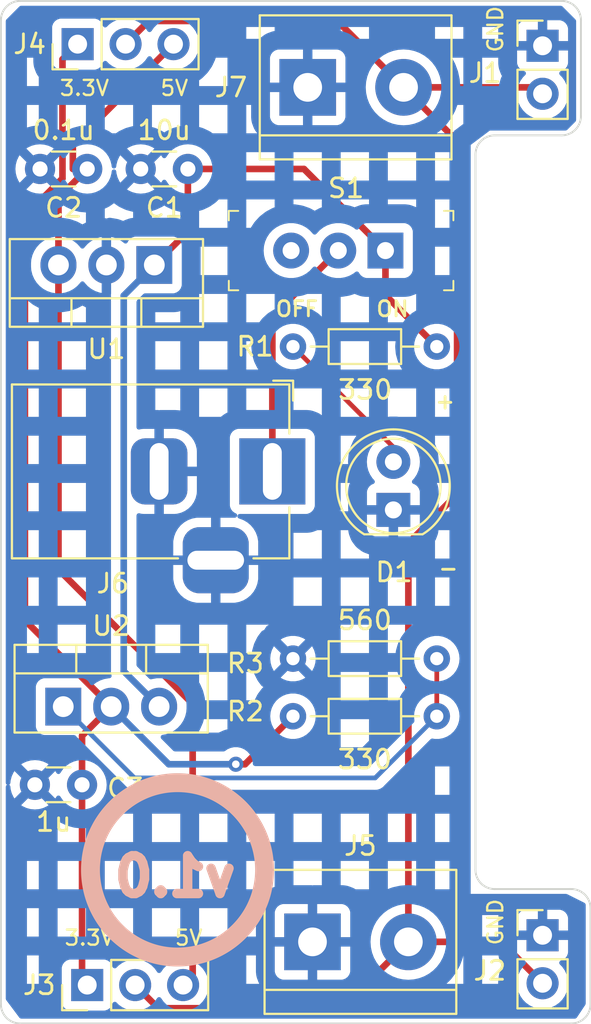
<source format=kicad_pcb>
(kicad_pcb (version 20221018) (generator pcbnew)
  (layers (0 "F.Cu" signal) (31 "B.Cu" signal) (34 "B.Paste" user) (35 "F.Paste" user) (36 "B.SilkS" user "B.Silkscreen") (37 "F.SilkS" user "F.Silkscreen") (38 "B.Mask" user) (39 "F.Mask" user) (44 "Edge.Cuts" user))
  (net 0 "")
  (net 1 "/12V")
  (net 2 "GND")
  (net 3 "/5V")
  (net 4 "/3.3V")
  (net 5 "Net-(D1-A)")
  (net 6 "/PWR_output")
  (net 7 "/PWR_input")
  (net 8 "Net-(U2-ADJ)")
  (footprint "TerminalBlock:TerminalBlock_bornier-2_P5.08mm" (layer "F.Cu") (at 127.254 121.158)
    (fp_text reference "J5" (at 2.54 -5.08) (layer "F.SilkS"))
    (fp_text value "Screw_Terminal_01x02" hide)
    (fp_line (start -2.54 -3.81) (end -2.54 3.81) (stroke (width 0.12)) (layer "F.SilkS"))
    (fp_line (start -2.54 3.81) (end 7.62 3.81) (stroke (width 0.12)) (layer "F.SilkS"))
    (fp_line (start 7.62 -3.81) (end -2.54 -3.81) (stroke (width 0.12)) (layer "F.SilkS"))
    (fp_line (start 7.62 2.54) (end -2.54 2.54) (stroke (width 0.12)) (layer "F.SilkS"))
    (fp_line (start 7.62 3.81) (end 7.62 -3.81) (stroke (width 0.12)) (layer "F.SilkS"))
    (pad "1" thru_hole rect locked (at 0 0) (size 3 3) (drill 1.52) (layers "*.Cu" "*.Mask") (net 2 "GND"))
    (pad "2" thru_hole circle locked (at 5.08 0) (size 3 3) (drill 1.52) (layers "*.Cu" "*.Mask") (net 6 "/PWR_output"))
  )
  (footprint "Capacitor_THT:C_Disc_D3.0mm_W1.6mm_P2.50mm" (layer "F.Cu") (at 120.65 80.264 180)
    (fp_text reference "C1" (at 1.25 -2.05) (layer "F.SilkS"))
    (fp_text value "10u" (at 1.25 2.05) (layer "F.SilkS"))
    (fp_line (start 0.621 -0.92) (end 1.879 -0.92) (stroke (width 0.12)) (layer "F.SilkS"))
    (fp_line (start 0.621 0.92) (end 1.879 0.92) (stroke (width 0.12)) (layer "F.SilkS"))
    (pad "1" thru_hole circle (at 0 0 180) (size 1.6 1.6) (drill 0.8) (layers "*.Cu" "*.Mask") (net 1 "/12V"))
    (pad "2" thru_hole circle (at 2.5 0 180) (size 1.6 1.6) (drill 0.8) (layers "*.Cu" "*.Mask") (net 2 "GND"))
  )
  (footprint "Connector_PinHeader_2.54mm:PinHeader_1x02_P2.54mm_Vertical" (layer "F.Cu") (at 139.446 120.808)
    (fp_text reference "J2" (at -2.794 1.874 180) (layer "F.SilkS"))
    (fp_text value "Conn_01x02_Pin" hide)
    (fp_line (start -1.33 -1.33) (end 0 -1.33) (stroke (width 0.12)) (layer "F.SilkS"))
    (fp_line (start -1.33 0) (end -1.33 -1.33) (stroke (width 0.12)) (layer "F.SilkS"))
    (fp_line (start -1.33 1.27) (end -1.33 3.87) (stroke (width 0.12)) (layer "F.SilkS"))
    (fp_line (start -1.33 1.27) (end 1.33 1.27) (stroke (width 0.12)) (layer "F.SilkS"))
    (fp_line (start -1.33 3.87) (end 1.33 3.87) (stroke (width 0.12)) (layer "F.SilkS"))
    (fp_line (start 1.33 1.27) (end 1.33 3.87) (stroke (width 0.12)) (layer "F.SilkS"))
    (pad "1" thru_hole rect (at 0 0) (size 1.7 1.7) (drill 1) (layers "*.Cu" "*.Mask") (net 2 "GND"))
    (pad "2" thru_hole oval (at 0 2.54) (size 1.7 1.7) (drill 1) (layers "*.Cu" "*.Mask") (net 6 "/PWR_output"))
  )
  (footprint "Package_TO_SOT_THT:TO-220-3_Vertical" (layer "F.Cu") (at 114.046 108.712)
    (fp_text reference "U2" (at 2.54 -4.27) (layer "F.SilkS"))
    (fp_text value "LM317_TO-220" hide)
    (fp_line (start -2.58 -3.27) (end -2.58 1.371) (stroke (width 0.12)) (layer "F.SilkS"))
    (fp_line (start -2.58 -3.27) (end 7.66 -3.27) (stroke (width 0.12)) (layer "F.SilkS"))
    (fp_line (start -2.58 -1.76) (end 7.66 -1.76) (stroke (width 0.12)) (layer "F.SilkS"))
    (fp_line (start -2.58 1.371) (end 7.66 1.371) (stroke (width 0.12)) (layer "F.SilkS"))
    (fp_line (start 0.69 -3.27) (end 0.69 -1.76) (stroke (width 0.12)) (layer "F.SilkS"))
    (fp_line (start 4.391 -3.27) (end 4.391 -1.76) (stroke (width 0.12)) (layer "F.SilkS"))
    (fp_line (start 7.66 -3.27) (end 7.66 1.371) (stroke (width 0.12)) (layer "F.SilkS"))
    (pad "1" thru_hole rect (at 0 0) (size 1.905 2) (drill 1.1) (layers "*.Cu" "*.Mask") (net 8 "Net-(U2-ADJ)"))
    (pad "2" thru_hole oval (at 2.54 0) (size 1.905 2) (drill 1.1) (layers "*.Cu" "*.Mask") (net 4 "/3.3V"))
    (pad "3" thru_hole oval (at 5.08 0) (size 1.905 2) (drill 1.1) (layers "*.Cu" "*.Mask") (net 1 "/12V"))
  )
  (footprint "Connector_PinHeader_2.54mm:PinHeader_1x02_P2.54mm_Vertical" (layer "F.Cu") (at 139.446 73.746)
    (fp_text reference "J1" (at -3.048 1.438 180) (layer "F.SilkS"))
    (fp_text value "Conn_01x02_Pin" hide)
    (fp_line (start -1.33 -1.33) (end 0 -1.33) (stroke (width 0.12)) (layer "F.SilkS"))
    (fp_line (start -1.33 0) (end -1.33 -1.33) (stroke (width 0.12)) (layer "F.SilkS"))
    (fp_line (start -1.33 1.27) (end -1.33 3.87) (stroke (width 0.12)) (layer "F.SilkS"))
    (fp_line (start -1.33 1.27) (end 1.33 1.27) (stroke (width 0.12)) (layer "F.SilkS"))
    (fp_line (start -1.33 3.87) (end 1.33 3.87) (stroke (width 0.12)) (layer "F.SilkS"))
    (fp_line (start 1.33 1.27) (end 1.33 3.87) (stroke (width 0.12)) (layer "F.SilkS"))
    (pad "1" thru_hole rect (at 0 0) (size 1.7 1.7) (drill 1) (layers "*.Cu" "*.Mask") (net 2 "GND"))
    (pad "2" thru_hole oval (at 0 2.54) (size 1.7 1.7) (drill 1) (layers "*.Cu" "*.Mask") (net 6 "/PWR_output"))
  )
  (footprint "Connector_PinHeader_2.54mm:PinHeader_1x03_P2.54mm_Vertical" (layer "F.Cu") (at 114.808 73.66 90)
    (fp_text reference "J4" (at 0 -2.54 180) (layer "F.SilkS"))
    (fp_text value "Conn_01x03_Pin" hide)
    (fp_line (start -1.33 -1.33) (end 0 -1.33) (stroke (width 0.12)) (layer "F.SilkS"))
    (fp_line (start -1.33 0) (end -1.33 -1.33) (stroke (width 0.12)) (layer "F.SilkS"))
    (fp_line (start -1.33 1.27) (end -1.33 6.41) (stroke (width 0.12)) (layer "F.SilkS"))
    (fp_line (start -1.33 1.27) (end 1.33 1.27) (stroke (width 0.12)) (layer "F.SilkS"))
    (fp_line (start -1.33 6.41) (end 1.33 6.41) (stroke (width 0.12)) (layer "F.SilkS"))
    (fp_line (start 1.33 1.27) (end 1.33 6.41) (stroke (width 0.12)) (layer "F.SilkS"))
    (pad "1" thru_hole rect (at 0 0 90) (size 1.7 1.7) (drill 1) (layers "*.Cu" "*.Mask") (net 4 "/3.3V"))
    (pad "2" thru_hole oval (at 0 2.54 90) (size 1.7 1.7) (drill 1) (layers "*.Cu" "*.Mask") (net 6 "/PWR_output"))
    (pad "3" thru_hole oval (at 0 5.08 90) (size 1.7 1.7) (drill 1) (layers "*.Cu" "*.Mask") (net 3 "/5V"))
  )
  (footprint "Connector_BarrelJack:BarrelJack_Horizontal" (layer "F.Cu") (at 125.126 96.266)
    (fp_text reference "J6" (at -8.45 5.93) (layer "F.SilkS"))
    (fp_text value "Barrel_Jack_Switch" hide)
    (fp_line (start -13.8 -4.6) (end 0.9 -4.6) (stroke (width 0.12)) (layer "F.SilkS"))
    (fp_line (start -13.8 4.6) (end -13.8 -4.6) (stroke (width 0.12)) (layer "F.SilkS"))
    (fp_line (start -5 4.6) (end -13.8 4.6) (stroke (width 0.12)) (layer "F.SilkS"))
    (fp_line (start 0.05 -4.8) (end 1.1 -4.8) (stroke (width 0.12)) (layer "F.SilkS"))
    (fp_line (start 0.9 -4.6) (end 0.9 -2) (stroke (width 0.12)) (layer "F.SilkS"))
    (fp_line (start 0.9 1.9) (end 0.9 4.6) (stroke (width 0.12)) (layer "F.SilkS"))
    (fp_line (start 0.9 4.6) (end -1 4.6) (stroke (width 0.12)) (layer "F.SilkS"))
    (fp_line (start 1.1 -3.75) (end 1.1 -4.8) (stroke (width 0.12)) (layer "F.SilkS"))
    (pad "1" thru_hole rect (at 0 0) (size 3.5 3.5) (drill oval 1 3) (layers "*.Cu" "*.Mask") (net 7 "/PWR_input"))
    (pad "2" thru_hole roundrect (at -6 0) (size 3 3.5) (drill oval 1 3) (layers "*.Cu" "*.Mask") (net 2 "GND"))
    (pad "3" thru_hole roundrect (at -3 4.7) (size 3.5 3.5) (drill oval 3 1) (layers "*.Cu" "*.Mask") (net 2 "GND"))
  )
  (footprint "Package_TO_SOT_THT:TO-220-3_Vertical" (layer "F.Cu") (at 118.872 85.344 180)
    (fp_text reference "U1" (at 2.54 -4.45) (layer "F.SilkS"))
    (fp_text value "LM7805_TO220" hide)
    (fp_line (start -2.58 -3.27) (end -2.58 1.371) (stroke (width 0.12)) (layer "F.SilkS"))
    (fp_line (start -2.58 -3.27) (end 7.66 -3.27) (stroke (width 0.12)) (layer "F.SilkS"))
    (fp_line (start -2.58 -1.76) (end 7.66 -1.76) (stroke (width 0.12)) (layer "F.SilkS"))
    (fp_line (start -2.58 1.371) (end 7.66 1.371) (stroke (width 0.12)) (layer "F.SilkS"))
    (fp_line (start 0.69 -3.27) (end 0.69 -1.76) (stroke (width 0.12)) (layer "F.SilkS"))
    (fp_line (start 4.391 -3.27) (end 4.391 -1.76) (stroke (width 0.12)) (layer "F.SilkS"))
    (fp_line (start 7.66 -3.27) (end 7.66 1.371) (stroke (width 0.12)) (layer "F.SilkS"))
    (pad "1" thru_hole rect (at 0 0 180) (size 1.905 2) (drill 1.1) (layers "*.Cu" "*.Mask") (net 1 "/12V"))
    (pad "2" thru_hole oval (at 2.54 0 180) (size 1.905 2) (drill 1.1) (layers "*.Cu" "*.Mask") (net 2 "GND"))
    (pad "3" thru_hole oval (at 5.08 0 180) (size 1.905 2) (drill 1.1) (layers "*.Cu" "*.Mask") (net 3 "/5V"))
  )
  (footprint "Resistor_THT:R_Axial_DIN0204_L3.6mm_D1.6mm_P7.62mm_Horizontal" (layer "F.Cu") (at 133.84 109.22 180)
    (fp_text reference "R2" (at 10.142 0.254) (layer "F.SilkS"))
    (fp_text value "330" (at 3.81 -2.286) (layer "F.SilkS"))
    (fp_line (start 0.94 0) (end 1.89 0) (stroke (width 0.12)) (layer "F.SilkS"))
    (fp_line (start 1.89 -0.92) (end 1.89 0.92) (stroke (width 0.12)) (layer "F.SilkS"))
    (fp_line (start 1.89 0.92) (end 5.73 0.92) (stroke (width 0.12)) (layer "F.SilkS"))
    (fp_line (start 5.73 -0.92) (end 1.89 -0.92) (stroke (width 0.12)) (layer "F.SilkS"))
    (fp_line (start 5.73 0.92) (end 5.73 -0.92) (stroke (width 0.12)) (layer "F.SilkS"))
    (fp_line (start 6.68 0) (end 5.73 0) (stroke (width 0.12)) (layer "F.SilkS"))
    (pad "1" thru_hole circle locked (at 0 0 180) (size 1.4 1.4) (drill 0.7) (layers "*.Cu" "*.Mask") (net 8 "Net-(U2-ADJ)"))
    (pad "2" thru_hole oval locked (at 7.62 0 180) (size 1.4 1.4) (drill 0.7) (layers "*.Cu" "*.Mask") (net 4 "/3.3V"))
  )
  (footprint "LED_THT:LED_D5.0mm" (layer "F.Cu") (at 131.54 98.303 90)
    (fp_text reference "D1" (at -3.297 0.032 180) (layer "F.SilkS"))
    (fp_text value "LED")
    (fp_line (start -1.29 -1.545) (end -1.29 1.545) (stroke (width 0.12)) (layer "F.SilkS"))
    (fp_arc (start -1.29 -1.54483) (mid 2.072002 -2.880433) (end 4.26 0.000462) (stroke (width 0.12)) (layer "F.SilkS"))
    (fp_arc (start 4.26 -0.000462) (mid 2.072002 2.880433) (end -1.29 1.54483) (stroke (width 0.12)) (layer "F.SilkS"))
    (fp_circle (center 1.27 0) (end 3.77 0) (stroke (width 0.12)) (fill none) (layer "F.SilkS"))
    (pad "1" thru_hole rect locked (at 0 0 90) (size 1.8 1.8) (drill 0.9) (layers "*.Cu" "*.Mask") (net 2 "GND"))
    (pad "2" thru_hole circle locked (at 2.54 0 90) (size 1.8 1.8) (drill 0.9) (layers "*.Cu" "*.Mask") (net 5 "Net-(D1-A)"))
  )
  (footprint "TerminalBlock:TerminalBlock_bornier-2_P5.08mm" (layer "F.Cu") (at 127 75.946)
    (fp_text reference "J7" (at -4.064 0) (layer "F.SilkS"))
    (fp_text value "Screw_Terminal_01x02" hide)
    (fp_line (start -2.54 -3.81) (end -2.54 3.81) (stroke (width 0.12)) (layer "F.SilkS"))
    (fp_line (start -2.54 3.81) (end 7.62 3.81) (stroke (width 0.12)) (layer "F.SilkS"))
    (fp_line (start 7.62 -3.81) (end -2.54 -3.81) (stroke (width 0.12)) (layer "F.SilkS"))
    (fp_line (start 7.62 2.54) (end -2.54 2.54) (stroke (width 0.12)) (layer "F.SilkS"))
    (fp_line (start 7.62 3.81) (end 7.62 -3.81) (stroke (width 0.12)) (layer "F.SilkS"))
    (pad "1" thru_hole rect locked (at 0 0) (size 3 3) (drill 1.52) (layers "*.Cu" "*.Mask") (net 2 "GND"))
    (pad "2" thru_hole circle locked (at 5.08 0) (size 3 3) (drill 1.52) (layers "*.Cu" "*.Mask") (net 6 "/PWR_output"))
  )
  (footprint "Capacitor_THT:C_Disc_D3.0mm_W1.6mm_P2.50mm" (layer "F.Cu") (at 115.316 80.264 180)
    (fp_text reference "C2" (at 1.25 -2.05) (layer "F.SilkS"))
    (fp_text value "0.1u" (at 1.25 2.05) (layer "F.SilkS"))
    (fp_line (start 0.621 -0.92) (end 1.879 -0.92) (stroke (width 0.12)) (layer "F.SilkS"))
    (fp_line (start 0.621 0.92) (end 1.879 0.92) (stroke (width 0.12)) (layer "F.SilkS"))
    (pad "1" thru_hole circle (at 0 0 180) (size 1.6 1.6) (drill 0.8) (layers "*.Cu" "*.Mask") (net 3 "/5V"))
    (pad "2" thru_hole circle (at 2.5 0 180) (size 1.6 1.6) (drill 0.8) (layers "*.Cu" "*.Mask") (net 2 "GND"))
  )
  (footprint "Resistor_THT:R_Axial_DIN0204_L3.6mm_D1.6mm_P7.62mm_Horizontal" (layer "F.Cu") (at 126.22 106.172)
    (fp_text reference "R3" (at -2.522 0.254) (layer "F.SilkS"))
    (fp_text value "560" (at 3.81 -2.032) (layer "F.SilkS"))
    (fp_line (start 0.94 0) (end 1.89 0) (stroke (width 0.12)) (layer "F.SilkS"))
    (fp_line (start 1.89 -0.92) (end 1.89 0.92) (stroke (width 0.12)) (layer "F.SilkS"))
    (fp_line (start 1.89 0.92) (end 5.73 0.92) (stroke (width 0.12)) (layer "F.SilkS"))
    (fp_line (start 5.73 -0.92) (end 1.89 -0.92) (stroke (width 0.12)) (layer "F.SilkS"))
    (fp_line (start 5.73 0.92) (end 5.73 -0.92) (stroke (width 0.12)) (layer "F.SilkS"))
    (fp_line (start 6.68 0) (end 5.73 0) (stroke (width 0.12)) (layer "F.SilkS"))
    (pad "1" thru_hole circle locked (at 0 0) (size 1.4 1.4) (drill 0.7) (layers "*.Cu" "*.Mask") (net 2 "GND"))
    (pad "2" thru_hole oval locked (at 7.62 0) (size 1.4 1.4) (drill 0.7) (layers "*.Cu" "*.Mask") (net 8 "Net-(U2-ADJ)"))
  )
  (footprint "Connector_PinHeader_2.54mm:PinHeader_1x03_P2.54mm_Vertical" (layer "F.Cu") (at 115.316 123.444 90)
    (fp_text reference "J3" (at 0 -2.54 180) (layer "F.SilkS"))
    (fp_text value "Conn_01x03_Pin" hide)
    (fp_line (start -1.33 -1.33) (end 0 -1.33) (stroke (width 0.12)) (layer "F.SilkS"))
    (fp_line (start -1.33 0) (end -1.33 -1.33) (stroke (width 0.12)) (layer "F.SilkS"))
    (fp_line (start -1.33 1.27) (end -1.33 6.41) (stroke (width 0.12)) (layer "F.SilkS"))
    (fp_line (start -1.33 1.27) (end 1.33 1.27) (stroke (width 0.12)) (layer "F.SilkS"))
    (fp_line (start -1.33 6.41) (end 1.33 6.41) (stroke (width 0.12)) (layer "F.SilkS"))
    (fp_line (start 1.33 1.27) (end 1.33 6.41) (stroke (width 0.12)) (layer "F.SilkS"))
    (pad "1" thru_hole rect (at 0 0 90) (size 1.7 1.7) (drill 1) (layers "*.Cu" "*.Mask") (net 4 "/3.3V"))
    (pad "2" thru_hole oval (at 0 2.54 90) (size 1.7 1.7) (drill 1) (layers "*.Cu" "*.Mask") (net 6 "/PWR_output"))
    (pad "3" thru_hole oval (at 0 5.08 90) (size 1.7 1.7) (drill 1) (layers "*.Cu" "*.Mask") (net 3 "/5V"))
  )
  (footprint "Resistor_THT:R_Axial_DIN0204_L3.6mm_D1.6mm_P7.62mm_Horizontal" (layer "F.Cu") (at 126.22 89.662)
    (fp_text reference "R1" (at -2.014 0) (layer "F.SilkS"))
    (fp_text value "330" (at 3.828 2.286) (layer "F.SilkS"))
    (fp_line (start 0.94 0) (end 1.89 0) (stroke (width 0.12)) (layer "F.SilkS"))
    (fp_line (start 1.89 -0.92) (end 1.89 0.92) (stroke (width 0.12)) (layer "F.SilkS"))
    (fp_line (start 1.89 0.92) (end 5.73 0.92) (stroke (width 0.12)) (layer "F.SilkS"))
    (fp_line (start 5.73 -0.92) (end 1.89 -0.92) (stroke (width 0.12)) (layer "F.SilkS"))
    (fp_line (start 5.73 0.92) (end 5.73 -0.92) (stroke (width 0.12)) (layer "F.SilkS"))
    (fp_line (start 6.68 0) (end 5.73 0) (stroke (width 0.12)) (layer "F.SilkS"))
    (pad "1" thru_hole circle locked (at 0 0) (size 1.4 1.4) (drill 0.7) (layers "*.Cu" "*.Mask") (net 5 "Net-(D1-A)"))
    (pad "2" thru_hole oval locked (at 7.62 0) (size 1.4 1.4) (drill 0.7) (layers "*.Cu" "*.Mask") (net 1 "/12V"))
  )
  (footprint "digikey-footprints:Switch_Slide_11.6x4mm_EG1218" (layer "F.Cu") (at 131.12 84.582 180)
    (fp_text reference "S1" (at 2.088 3.302) (layer "F.SilkS"))
    (fp_text value "EG1218" hide)
    (fp_line (start -3.6 -2.1) (end -3.6 -1.6) (stroke (width 0.1)) (layer "F.SilkS"))
    (fp_line (start -3.6 -2.1) (end -3.1 -2.1) (stroke (width 0.1)) (layer "F.SilkS"))
    (fp_line (start -3.6 2.1) (end -3.6 1.6) (stroke (width 0.1)) (layer "F.SilkS"))
    (fp_line (start -3.6 2.1) (end -3.1 2.1) (stroke (width 0.1)) (layer "F.SilkS"))
    (fp_line (start 8.3 -2.1) (end 7.8 -2.1) (stroke (width 0.1)) (layer "F.SilkS"))
    (fp_line (start 8.3 -2.1) (end 8.3 -1.6) (stroke (width 0.1)) (layer "F.SilkS"))
    (fp_line (start 8.3 2.1) (end 7.8 2.1) (stroke (width 0.1)) (layer "F.SilkS"))
    (fp_line (start 8.3 2.1) (end 8.3 1.6) (stroke (width 0.1)) (layer "F.SilkS"))
    (pad "1" thru_hole rect locked (at 0 0 180) (size 1.9 1.9) (drill 0.9) (layers "*.Cu" "*.Mask") (net 1 "/12V"))
    (pad "2" thru_hole circle locked (at 2.5 0 180) (size 1.9 1.9) (drill 0.9) (layers "*.Cu" "*.Mask") (net 7 "/PWR_input"))
    (pad "3" thru_hole circle locked (at 5 0 180) (size 1.9 1.9) (drill 0.9) (layers "*.Cu" "*.Mask"))
  )
  (footprint "Capacitor_THT:C_Disc_D3.0mm_W1.6mm_P2.50mm" (layer "F.Cu") (at 115.042 112.847 180)
    (fp_text reference "C3" (at -2.306 -0.183) (layer "F.SilkS"))
    (fp_text value "1u" (at 1.504 -1.961) (layer "F.SilkS"))
    (fp_line (start 0.621 -0.92) (end 1.879 -0.92) (stroke (width 0.12)) (layer "F.SilkS"))
    (fp_line (start 0.621 0.92) (end 1.879 0.92) (stroke (width 0.12)) (layer "F.SilkS"))
    (pad "1" thru_hole circle (at 0 0 180) (size 1.6 1.6) (drill 0.8) (layers "*.Cu" "*.Mask") (net 4 "/3.3V"))
    (pad "2" thru_hole circle (at 2.5 0 180) (size 1.6 1.6) (drill 0.8) (layers "*.Cu" "*.Mask") (net 2 "GND"))
  )
  (gr_circle (center 120.100983 117.348) (end 124.707002 117.094) (stroke (width 1)) (fill none) (layer "B.SilkS"))
  (gr_line (start 136.905998 78.485998) (end 140.462002 78.486002) (stroke (width 0.1)) (layer "Edge.Cuts"))
  (gr_arc (start 140.462002 71.373998) (mid 141.180422 71.671578) (end 141.478002 72.389998) (stroke (width 0.1)) (layer "Edge.Cuts"))
  (gr_line (start 140.462002 71.373998) (end 111.76 71.374) (stroke (width 0.1)) (layer "Edge.Cuts"))
  (gr_line (start 135.889998 117.348002) (end 135.889998 79.501998) (stroke (width 0.1)) (layer "Edge.Cuts"))
  (gr_arc (start 110.744 72.39) (mid 111.04158 71.67158) (end 111.76 71.374) (stroke (width 0.1)) (layer "Edge.Cuts"))
  (gr_line (start 141.986002 124.460002) (end 141.986002 119.379998) (stroke (width 0.1)) (layer "Edge.Cuts"))
  (gr_arc (start 111.76 125.476) (mid 111.04158 125.17842) (end 110.744 124.46) (stroke (width 0.1)) (layer "Edge.Cuts"))
  (gr_line (start 140.970002 118.363998) (end 136.905998 118.364002) (stroke (width 0.1)) (layer "Edge.Cuts"))
  (gr_arc (start 141.478002 77.470002) (mid 141.180422 78.188422) (end 140.462002 78.486002) (stroke (width 0.1)) (layer "Edge.Cuts"))
  (gr_arc (start 141.986002 124.460002) (mid 141.688422 125.178422) (end 140.970002 125.476002) (stroke (width 0.1)) (layer "Edge.Cuts"))
  (gr_arc (start 140.970002 118.363998) (mid 141.688422 118.661578) (end 141.986002 119.379998) (stroke (width 0.1)) (layer "Edge.Cuts"))
  (gr_line (start 111.76 125.476) (end 140.970002 125.476002) (stroke (width 0.1)) (layer "Edge.Cuts"))
  (gr_arc (start 135.889998 79.501998) (mid 136.187578 78.783578) (end 136.905998 78.485998) (stroke (width 0.1)) (layer "Edge.Cuts"))
  (gr_line (start 141.478002 77.470002) (end 141.478002 72.389998) (stroke (width 0.1)) (layer "Edge.Cuts"))
  (gr_line (start 110.744 72.39) (end 110.744 124.46) (stroke (width 0.1)) (layer "Edge.Cuts"))
  (gr_arc (start 136.905998 118.364002) (mid 136.187578 118.066422) (end 135.889998 117.348002) (stroke (width 0.1)) (layer "Edge.Cuts"))
  (gr_text "v1.0" (at 123.444 118.872) (layer "B.SilkS") (effects (font (size 2 2) (thickness 0.5) bold) (justify left bottom mirror)))
  (gr_text "5V" (at 119.888 121.412) (layer "F.SilkS") (effects (font (size 0.8 0.8) (thickness 0.125)) (justify left bottom)))
  (gr_text "5V" (at 119.126 76.454) (layer "F.SilkS") (effects (font (size 0.8 0.8) (thickness 0.125)) (justify left bottom)))
  (gr_text "GND" (at 137.414 121.412 90) (layer "F.SilkS") (effects (font (size 0.8 0.8) (thickness 0.125)) (justify left bottom)))
  (gr_text "OFF" (at 125.222 88.138) (layer "F.SilkS") (effects (font (size 0.8 0.8)) (justify left bottom)))
  (gr_text "3.3V" (at 113.792 76.454) (layer "F.SilkS") (effects (font (size 0.8 0.8) (thickness 0.125)) (justify left bottom)))
  (gr_text "-" (at 133.858 101.854) (layer "F.SilkS") (effects (font (size 0.8 0.8)) (justify left bottom)))
  (gr_text "+" (at 134.874 92.202 180) (layer "F.SilkS") (effects (font (size 0.8 0.8)) (justify left bottom)))
  (gr_text "GND" (at 137.414 74.168 90) (layer "F.SilkS") (effects (font (size 0.8 0.8) (thickness 0.125)) (justify left bottom)))
  (gr_text "3.3V" (at 114.046 121.412) (layer "F.SilkS") (effects (font (size 0.8 0.8) (thickness 0.125)) (justify left bottom)))
  (gr_text "ON" (at 130.556 88.138) (layer "F.SilkS") (effects (font (size 0.8 0.8)) (justify left bottom)))
  (segment (start 120.65 80.264) (end 126.802 80.264) (width 0.35) (layer "F.Cu") (net 1))
  (segment (start 120.65 83.566) (end 118.872 85.344) (width 0.35) (layer "F.Cu") (net 1))
  (segment (start 131.12 84.582) (end 131.12 86.942) (width 0.35) (layer "F.Cu") (net 1))
  (segment (start 131.12 86.942) (end 133.84 89.662) (width 0.35) (layer "F.Cu") (net 1))
  (segment (start 126.802 80.264) (end 131.12 84.582) (width 0.35) (layer "F.Cu") (net 1))
  (segment (start 120.65 80.264) (end 120.65 83.566) (width 0.35) (layer "F.Cu") (net 1))
  (segment (start 117.251 86.965) (end 117.251 106.837) (width 0.35) (layer "B.Cu") (net 1))
  (segment (start 118.872 85.344) (end 117.251 86.965) (width 0.35) (layer "B.Cu") (net 1))
  (segment (start 117.251 106.837) (end 119.126 108.712) (width 0.35) (layer "B.Cu") (net 1))
  (segment (start 113.792 85.344) (end 113.792 101.453131) (width 0.35) (layer "F.Cu") (net 3))
  (segment (start 114.554 78.994) (end 114.554 80.264) (width 0.35) (layer "F.Cu") (net 3))
  (segment (start 113.792 81.788) (end 115.316 80.264) (width 0.35) (layer "F.Cu") (net 3))
  (segment (start 113.792 101.453131) (end 120.904 108.565131) (width 0.35) (layer "F.Cu") (net 3))
  (segment (start 120.904 122.936) (end 120.396 123.444) (width 0.35) (layer "F.Cu") (net 3))
  (segment (start 113.792 85.344) (end 113.792 81.788) (width 0.35) (layer "F.Cu") (net 3))
  (segment (start 120.904 108.565131) (end 120.904 122.936) (width 0.35) (layer "F.Cu") (net 3))
  (segment (start 119.888 73.66) (end 114.554 78.994) (width 0.35) (layer "F.Cu") (net 3))
  (segment (start 112.014 104.14) (end 116.586 108.712) (width 0.35) (layer "F.Cu") (net 4))
  (segment (start 123.19 111.76) (end 123.68 111.76) (width 0.35) (layer "F.Cu") (net 4))
  (segment (start 115.042 112.847) (end 115.042 123.17) (width 0.35) (layer "F.Cu") (net 4))
  (segment (start 114.004 80.765817) (end 112.014 82.755817) (width 0.35) (layer "F.Cu") (net 4))
  (segment (start 114.004 74.464) (end 114.004 80.765817) (width 0.35) (layer "F.Cu") (net 4))
  (segment (start 114.808 73.66) (end 114.004 74.464) (width 0.35) (layer "F.Cu") (net 4))
  (segment (start 123.68 111.76) (end 126.22 109.22) (width 0.35) (layer "F.Cu") (net 4))
  (segment (start 115.042 112.847) (end 115.042 110.256) (width 0.35) (layer "F.Cu") (net 4))
  (segment (start 115.042 123.17) (end 115.316 123.444) (width 0.35) (layer "F.Cu") (net 4))
  (segment (start 115.042 110.256) (end 116.586 108.712) (width 0.35) (layer "F.Cu") (net 4))
  (segment (start 112.014 82.755817) (end 112.014 104.14) (width 0.35) (layer "F.Cu") (net 4))
  (via (at 123.19 111.76) (size 0.8) (drill 0.4) (layers "F.Cu" "B.Cu") (net 4))
  (segment (start 119.634 111.76) (end 116.586 108.712) (width 0.35) (layer "B.Cu") (net 4))
  (segment (start 123.19 111.76) (end 119.634 111.76) (width 0.35) (layer "B.Cu") (net 4))
  (segment (start 126.22 89.662) (end 131.54 94.982) (width 0.25) (layer "F.Cu") (net 5))
  (segment (start 131.54 94.982) (end 131.54 95.763) (width 0.25) (layer "F.Cu") (net 5))
  (segment (start 137.256 121.158) (end 139.446 123.348) (width 0.35) (layer "F.Cu") (net 6))
  (segment (start 128.823 124.669) (end 132.334 121.158) (width 0.35) (layer "F.Cu") (net 6))
  (segment (start 132.334 121.158) (end 137.256 121.158) (width 0.35) (layer "F.Cu") (net 6))
  (segment (start 117.856 123.444) (end 119.081 124.669) (width 0.35) (layer "F.Cu") (net 6))
  (segment (start 139.106 75.946) (end 139.446 76.286) (width 0.35) (layer "F.Cu") (net 6))
  (segment (start 118.573 72.435) (end 128.569 72.435) (width 0.35) (layer "F.Cu") (net 6))
  (segment (start 134.915 78.781) (end 132.08 75.946) (width 0.35) (layer "F.Cu") (net 6))
  (segment (start 132.08 75.946) (end 139.106 75.946) (width 0.35) (layer "F.Cu") (net 6))
  (segment (start 132.334 121.158) (end 132.334 100.059) (width 0.35) (layer "F.Cu") (net 6))
  (segment (start 117.348 73.66) (end 118.573 72.435) (width 0.35) (layer "F.Cu") (net 6))
  (segment (start 128.569 72.435) (end 132.08 75.946) (width 0.35) (layer "F.Cu") (net 6))
  (segment (start 134.915 97.478) (end 134.915 78.781) (width 0.35) (layer "F.Cu") (net 6))
  (segment (start 119.081 124.669) (end 128.823 124.669) (width 0.35) (layer "F.Cu") (net 6))
  (segment (start 132.334 100.059) (end 134.915 97.478) (width 0.35) (layer "F.Cu") (net 6))
  (segment (start 125.126 88.076) (end 125.126 96.266) (width 0.35) (layer "F.Cu") (net 7))
  (segment (start 128.62 84.582) (end 125.126 88.076) (width 0.35) (layer "F.Cu") (net 7))
  (segment (start 133.84 106.172) (end 133.84 109.22) (width 0.25) (layer "F.Cu") (net 8))
  (segment (start 133.84 109.22) (end 130.575 112.485) (width 0.25) (layer "B.Cu") (net 8))
  (segment (start 130.575 112.485) (end 117.819 112.485) (width 0.25) (layer "B.Cu") (net 8))
  (segment (start 117.819 112.485) (end 114.046 108.712) (width 0.25) (layer "B.Cu") (net 8))
  (zone (net 2) (net_name "GND") (layer "B.Cu") (connect_pads (clearance 0.5)) (min_thickness 0.25) (fill yes (mode hatch) (thermal_gap 0.5) (thermal_bridge_width 0.5) (hatch_thickness 1) (hatch_gap 1.5) (hatch_orientation 0) (hatch_border_algorithm hatch_thickness) (hatch_min_hole_area 0.3))
    (polygon (pts (xy 140.462 71.628) (xy 111.76 71.628) (xy 110.998 72.39) (xy 110.998 124.206) (xy 111.76 125.222) (xy 141.224 125.222) (xy 141.732 124.46) (xy 141.732 119.126) (xy 140.716 118.618) (xy 135.636 118.618) (xy 135.636 78.994) (xy 136.652 78.232) (xy 140.716 78.232) (xy 141.224 77.724) (xy 141.224 72.39)))
  )
)
</source>
